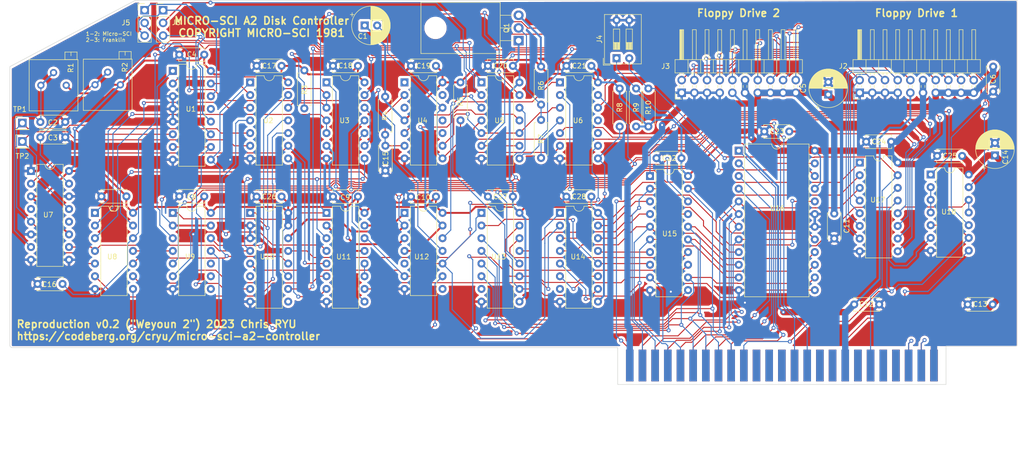
<source format=kicad_pcb>
(kicad_pcb (version 20221018) (generator pcbnew)

  (general
    (thickness 1.6)
  )

  (paper "A4")
  (layers
    (0 "F.Cu" signal)
    (31 "B.Cu" signal)
    (32 "B.Adhes" user "B.Adhesive")
    (33 "F.Adhes" user "F.Adhesive")
    (34 "B.Paste" user)
    (35 "F.Paste" user)
    (36 "B.SilkS" user "B.Silkscreen")
    (37 "F.SilkS" user "F.Silkscreen")
    (38 "B.Mask" user)
    (39 "F.Mask" user)
    (40 "Dwgs.User" user "User.Drawings")
    (41 "Cmts.User" user "User.Comments")
    (42 "Eco1.User" user "User.Eco1")
    (43 "Eco2.User" user "User.Eco2")
    (44 "Edge.Cuts" user)
    (45 "Margin" user)
    (46 "B.CrtYd" user "B.Courtyard")
    (47 "F.CrtYd" user "F.Courtyard")
    (48 "B.Fab" user)
    (49 "F.Fab" user)
    (50 "User.1" user)
    (51 "User.2" user)
    (52 "User.3" user)
    (53 "User.4" user)
    (54 "User.5" user)
    (55 "User.6" user)
    (56 "User.7" user)
    (57 "User.8" user)
    (58 "User.9" user)
  )

  (setup
    (stackup
      (layer "F.SilkS" (type "Top Silk Screen"))
      (layer "F.Paste" (type "Top Solder Paste"))
      (layer "F.Mask" (type "Top Solder Mask") (thickness 0.01))
      (layer "F.Cu" (type "copper") (thickness 0.035))
      (layer "dielectric 1" (type "core") (thickness 1.51) (material "FR4") (epsilon_r 4.5) (loss_tangent 0.02))
      (layer "B.Cu" (type "copper") (thickness 0.035))
      (layer "B.Mask" (type "Bottom Solder Mask") (thickness 0.01))
      (layer "B.Paste" (type "Bottom Solder Paste"))
      (layer "B.SilkS" (type "Bottom Silk Screen"))
      (copper_finish "None")
      (dielectric_constraints no)
    )
    (pad_to_mask_clearance 0)
    (pcbplotparams
      (layerselection 0x00010fc_ffffffff)
      (plot_on_all_layers_selection 0x0000000_00000000)
      (disableapertmacros false)
      (usegerberextensions false)
      (usegerberattributes true)
      (usegerberadvancedattributes true)
      (creategerberjobfile true)
      (dashed_line_dash_ratio 12.000000)
      (dashed_line_gap_ratio 3.000000)
      (svgprecision 4)
      (plotframeref false)
      (viasonmask false)
      (mode 1)
      (useauxorigin false)
      (hpglpennumber 1)
      (hpglpenspeed 20)
      (hpglpendiameter 15.000000)
      (dxfpolygonmode true)
      (dxfimperialunits true)
      (dxfusepcbnewfont true)
      (psnegative false)
      (psa4output false)
      (plotreference true)
      (plotvalue true)
      (plotinvisibletext false)
      (sketchpadsonfab false)
      (subtractmaskfromsilk false)
      (outputformat 1)
      (mirror false)
      (drillshape 1)
      (scaleselection 1)
      (outputdirectory "")
    )
  )

  (net 0 "")
  (net 1 "+5V")
  (net 2 "Net-(U4B-THR)")
  (net 3 "Net-(U7B-RCext)")
  (net 4 "GND")
  (net 5 "Net-(U7A-RCext)")
  (net 6 "Net-(J1-~{DMAIN})")
  (net 7 "Net-(J1-~{INTIN})")
  (net 8 "unconnected-(J1-~{DMA}-Pad22)")
  (net 9 "unconnected-(J1-~{RDY}-Pad21)")
  (net 10 "unconnected-(J1-~{IOSTRB}-Pad20)")
  (net 11 "unconnected-(J1-SYNC-Pad19)")
  (net 12 "R{slash}~{W}")
  (net 13 "unconnected-(J1-A15-Pad17)")
  (net 14 "unconnected-(J1-A14-Pad16)")
  (net 15 "unconnected-(J1-A13-Pad15)")
  (net 16 "unconnected-(J1-A12-Pad14)")
  (net 17 "unconnected-(J1-A11-Pad13)")
  (net 18 "unconnected-(J1-A10-Pad12)")
  (net 19 "unconnected-(J1-A9-Pad11)")
  (net 20 "unconnected-(J1-A8-Pad10)")
  (net 21 "A7")
  (net 22 "A6")
  (net 23 "A5")
  (net 24 "A4")
  (net 25 "A3")
  (net 26 "A2")
  (net 27 "A1")
  (net 28 "A0")
  (net 29 "~{IOSEL}")
  (net 30 "unconnected-(J1-~{NMI}-Pad29)")
  (net 31 "unconnected-(J1-~{IRQ}-Pad30)")
  (net 32 "~{RESET}")
  (net 33 "unconnected-(J1-~{INH}-Pad32)")
  (net 34 "-12V")
  (net 35 "-5V")
  (net 36 "unconnected-(J1-COLORREF{slash}M2B0-Pad35)")
  (net 37 "7M")
  (net 38 "Q3")
  (net 39 "unconnected-(J1-PHI1-Pad38)")
  (net 40 "unconnected-(J1-USER1{slash}SYNC{slash}M2SEL-Pad39)")
  (net 41 "unconnected-(J1-PHI0-Pad40)")
  (net 42 "~{DEVSEL}")
  (net 43 "D7")
  (net 44 "D6")
  (net 45 "D5")
  (net 46 "D4")
  (net 47 "D3")
  (net 48 "D2")
  (net 49 "D1")
  (net 50 "D0")
  (net 51 "+12V")
  (net 52 "PH0")
  (net 53 "PH1")
  (net 54 "PH2")
  (net 55 "PH3")
  (net 56 "~{WREQ}")
  (net 57 "~{EN.A}")
  (net 58 "RD")
  (net 59 "WR")
  (net 60 "PWM")
  (net 61 "~{EN.B}")
  (net 62 "Net-(U4A-THR)")
  (net 63 "Net-(R7-Pad1)")
  (net 64 "Net-(U1-~{MR})")
  (net 65 "Net-(U1-CEP)")
  (net 66 "Net-(J5-Pin_1)")
  (net 67 "Net-(J5-Pin_3)")
  (net 68 "unconnected-(U1-Q1-Pad13)")
  (net 69 "Net-(U1-TC)")
  (net 70 "Net-(U2-Pad3)")
  (net 71 "Net-(U11-D1)")
  (net 72 "CLOCK_0")
  (net 73 "CLOCK_1")
  (net 74 "S_CLK")
  (net 75 "Net-(U2-Pad10)")
  (net 76 "Net-(U12B-Q)")
  (net 77 "Net-(U2-Pad13)")
  (net 78 "Net-(U3-Pad4)")
  (net 79 "Net-(U3-Pad12)")
  (net 80 "Net-(U11-Cp)")
  (net 81 "unconnected-(U4A-DIS-Pad1)")
  (net 82 "unconnected-(U4A-CV-Pad3)")
  (net 83 "Net-(U4A-Q)")
  (net 84 "unconnected-(U4B-R-Pad10)")
  (net 85 "unconnected-(U4B-CV-Pad11)")
  (net 86 "unconnected-(U4B-DIS-Pad13)")
  (net 87 "DRVSEL")
  (net 88 "RW1")
  (net 89 "ENABLE")
  (net 90 "unconnected-(U6-Pad10)")
  (net 91 "unconnected-(U6-Pad11)")
  (net 92 "WRITE")
  (net 93 "unconnected-(U7A-~{Q}-Pad4)")
  (net 94 "unconnected-(U7B-~{Q}-Pad12)")
  (net 95 "DATA_CLK")
  (net 96 "Net-(U8-Pad11)")
  (net 97 "LATCH_D7")
  (net 98 "unconnected-(U9-Pad8)")
  (net 99 "unconnected-(U9-Pad9)")
  (net 100 "unconnected-(U9-Pad10)")
  (net 101 "DATA_RST")
  (net 102 "unconnected-(U10A-Q-Pad6)")
  (net 103 "unconnected-(U10B-~{Q}-Pad9)")
  (net 104 "Net-(U11-D4)")
  (net 105 "Net-(U10B-~{K})")
  (net 106 "Net-(U11-D3)")
  (net 107 "unconnected-(U12A-Q-Pad5)")
  (net 108 "unconnected-(U12B-~{Q}-Pad8)")
  (net 109 "LATCH_D3")
  (net 110 "unconnected-(U13-Dsl-Pad7)")
  (net 111 "LATCH_D6")
  (net 112 "LATCH_D5")
  (net 113 "LATCH_D4")
  (net 114 "unconnected-(U14-Dsl-Pad7)")
  (net 115 "LATCH_D2")
  (net 116 "LATCH_D1")
  (net 117 "LATCH_D0")
  (net 118 "Net-(U15-OE)")
  (net 119 "Net-(U18-Pad2)")
  (net 120 "+5C")
  (net 121 "Net-(Q1-B)")
  (net 122 "Net-(J6-Pin_2)")
  (net 123 "Net-(J6-Pin_3)")
  (net 124 "SDATA")
  (net 125 "~{TCNT}")
  (net 126 "~{RDSTS}")
  (net 127 "~{WRITE}")
  (net 128 "SR7")
  (net 129 "RDSTB")
  (net 130 "SS_DATA")
  (net 131 "BR_DATA")
  (net 132 "~{FF_RST}")
  (net 133 "GO")
  (net 134 "U12B_CLK")
  (net 135 "BQ3")
  (net 136 "~{WRT_CLK}")
  (net 137 "U12A_CLK")
  (net 138 "WRT_LD")
  (net 139 "~{SHFTCLK}")
  (net 140 "Net-(U16-A8)")
  (net 141 "Net-(U16-A9)")

  (footprint "Package_DIP:DIP-16_W7.62mm" (layer "F.Cu") (at 93.65 103.61))

  (footprint "Capacitor_THT:C_Disc_D5.0mm_W2.5mm_P5.00mm" (layer "F.Cu") (at 201.685 87.3 180))

  (footprint "Capacitor_THT:CP_Radial_D7.5mm_P2.50mm" (layer "F.Cu") (at 209.5 79.9 90))

  (footprint "Capacitor_THT:C_Disc_D5.0mm_W2.5mm_P5.00mm" (layer "F.Cu") (at 51.6 88.45))

  (footprint "Capacitor_THT:C_Disc_D5.0mm_W2.5mm_P5.00mm" (layer "F.Cu") (at 210.7 103.75 -90))

  (footprint "Capacitor_THT:C_Disc_D5.0mm_W2.5mm_P5.00mm" (layer "F.Cu") (at 146.3 74.15 180))

  (footprint "Resistor_THT:R_Axial_DIN0207_L6.3mm_D2.5mm_P7.62mm_Horizontal" (layer "F.Cu") (at 151.95 92.6 90))

  (footprint "Package_DIP:DIP-16_W7.62mm" (layer "F.Cu") (at 108.95 103.61))

  (footprint "Capacitor_THT:C_Disc_D5.0mm_W2.5mm_P5.00mm" (layer "F.Cu") (at 115.25 100.35 180))

  (footprint "Capacitor_THT:C_Disc_D5.0mm_W2.5mm_P5.00mm" (layer "F.Cu") (at 56.05 117.85 180))

  (footprint "Capacitor_THT:C_Disc_D5.0mm_W2.5mm_P5.00mm" (layer "F.Cu") (at 214.7 121.95))

  (footprint "Connector_PinHeader_2.54mm:PinHeader_1x03_P2.54mm_Vertical" (layer "F.Cu") (at 72.5 63))

  (footprint "Capacitor_THT:C_Disc_D5.0mm_W2.5mm_P5.00mm" (layer "F.Cu") (at 146.3 100.35 180))

  (footprint "Resistor_THT:R_Axial_DIN0207_L6.3mm_D2.5mm_P7.62mm_Horizontal" (layer "F.Cu") (at 173.45 86.3 90))

  (footprint "Capacitor_THT:CP_Radial_D7.5mm_P2.50mm" (layer "F.Cu") (at 116.6 66.05))

  (footprint "Capacitor_THT:C_Disc_D5.0mm_W2.5mm_P5.00mm" (layer "F.Cu") (at 84.45 100.3 180))

  (footprint "Capacitor_THT:C_Disc_D5.0mm_W2.5mm_P5.00mm" (layer "F.Cu") (at 236.33 92.2 180))

  (footprint "Package_TO_SOT_THT:TO-220-3_Horizontal_TabDown" (layer "F.Cu") (at 147.45 69.09 90))

  (footprint "Package_DIP:DIP-14_W7.62mm" (layer "F.Cu") (at 108.95 77.46))

  (footprint "Potentiometer_THT:Potentiometer_Bourns_3299P_Horizontal" (layer "F.Cu") (at 67.64 77.94 -90))

  (footprint "Capacitor_THT:C_Disc_D5.0mm_W2.5mm_P5.00mm" (layer "F.Cu") (at 68.85 100.3 180))

  (footprint "Resistor_THT:R_Axial_DIN0207_L6.3mm_D2.5mm_P7.62mm_Horizontal" (layer "F.Cu") (at 151.95 74.29 -90))

  (footprint "Resistor_THT:R_Axial_DIN0207_L6.3mm_D2.5mm_P7.62mm_Horizontal" (layer "F.Cu") (at 135.8 77.45 -90))

  (footprint "Capacitor_THT:C_Disc_D5.0mm_W2.5mm_P5.00mm" (layer "F.Cu") (at 162.03 74.15 180))

  (footprint "Capacitor_THT:C_Disc_D5.0mm_W2.5mm_P5.00mm" (layer "F.Cu") (at 130.88 100.35 180))

  (footprint "Package_DIP:DIP-14_W7.62mm" (layer "F.Cu") (at 124.58 77.46))

  (footprint "Resistor_THT:R_Axial_DIN0207_L6.3mm_D2.5mm_P7.62mm_Horizontal" (layer "F.Cu") (at 120.7 87.95 90))

  (footprint "Connector_PinHeader_2.54mm:PinHeader_1x03_P2.54mm_Vertical" (layer "F.Cu") (at 76.2 63))

  (footprint "Package_DIP:DIP-20_W7.62mm" (layer "F.Cu") (at 173.78 96.23))

  (footprint "Capacitor_THT:C_Disc_D5.0mm_W2.5mm_P5.00mm" (layer "F.Cu") (at 162.03 100.35 180))

  (footprint "apple2:Male_Card-Edge_50_pin__100_mil" (layer "F.Cu")
    (tstamp 73508db2-3506-4480-aca3-4c3ce6ca73fb)
    (at 200.2 134.2)
    (descr "A2_BUS")
    (property "Sheetfile" "MicroSci Floppy Controller.kicad_sch")
    (property "Sheetname" "")
    (property "ki_description" "Apple II expansion bus")
    (path "/7aec06c4-6a87-4510-aac7-6ff9185d647c")
    (attr through_hole)
    (fp_text reference "J1" (at 0 -5.08) (layer "F.SilkS") hide
        (effects (font (size 1.016 0.762) (thickness 0.127)))
      (tstamp 5b5fab75-9b1e-46ce-918c-d2517bf29ed5)
    )
    (fp_text value "A2Bus" (at 0 5.08) (layer "F.SilkS") hide
        (effects (font (size 1.016 0.762) (thickness 0.127)))
      (tstamp aff57ccf-21db-41c0-9a21-9ad53bca9de1)
    )
    (fp_poly
      (pts
        (xy -32.893 -3.81)
        (xy -31.75 -3.81)
        (xy -31.75 3.81)
        (xy -32.893 3.81)
      )

      (stroke (width 0.001) (type solid)) (fill solid) (layer "B.Mask") (tstamp 4b0d97d0-400f-49db-abe3-29a13b8219c1))
    (fp_poly
      (pts
        (xy 32.893 -3.81)
        (xy 31.75 -3.81)
        (xy 31.75 3.81)
        (xy 32.893 3.81)
      )

      (stroke (width 0.001) (type solid)) (fill solid) (layer "B.Mask") (tstamp 50a0748d-5e7e-4500-aab1-a643683d6b0a))
    (fp_poly
      (pts
        (xy -32.893 -3.81)
        (xy -31.75 -3.81)
        (xy -31.75 3.81)
        (xy -32.893 3.81)
      )

      (stroke (width 0.001) (type solid)) (fill solid) (layer "F.Mask") (tstamp 6db6a2f6-e125-41a5-b2a3-6904769534ca))
    (fp_poly
      (pts
        (xy 32.893 -3.81)
        (xy 31.75 -3.81)
        (xy 31.75 3.81)
        (xy 32.893 3.81)
      )

      (stroke (width 0.001) (type solid)) (fill solid) (layer "F.Mask") (tstamp bec922b0-56e9-4b83-a9cd-da43108ba281))
    (pad "1" smd rect (at -30.48 0 270) (size 6.35 1.524) (layers "F.Cu" "F.Mask")
      (net 29 "~{IOSEL}") (pinfunction "~{IOSEL}") (pintype "output") (solder_mask_margin 0.65) (clearance 0.254) (tstamp 72c8e675-8d24-4182-ba12-eb3de37ee80c))
    (pad "2" smd rect (at -27.94 0 270) (size 6.35 1.524) (layers "F.Cu" "F.Mask")
      (net 28 "A0") (pinfunction "A0") (pintype "bidirectional") (solder_mask_margin 0.65) (clearance 0.254) (tstamp e8732e29-dda7-4bd9-a9fc-51a5fcd6cbb3))
    (pad "3" smd rect (at -25.4 0 270) (size 6.35 1.524) (layers "F.Cu" "F.Mask")
      (net 27 "A1") (pinfunction "A1") (pintype "bidirectional") (solder_mask_margin 0.65) (clearance 0.254) (tstamp e3a1d39e-648f-4709-83f6-f0f5c9b7f3d8))
    (pad "4" smd rect (at -22.86 0 270) (size 6.35 1.524) (layers "F.Cu" "F.Mask")
      (net 26 "A2") (pinfunction "A2") (pintype "bidirectional") (solder_mask_margin 0.65) (clearance 0.254) (tstamp 78031448-1c63-49de-82b4-6cd93f28307b))
    (pad "5" smd rect (at -20.32 0 270) (size 6.35 1.524) (layers "F.Cu" "F.Mask")
      (net 25 "A3") (pinfunction "A3") (pintype "bidirectional") (solder_mask_margin 0.65) (clearance 0.254) (tstamp e2fa773e-faa6-4d7e-84ce-2413ee501f3e))
    (pad "6" smd rect (at -17.78 0 270) (size 6.35 1.524) (layers "F.Cu" "F.Mask")
      (net 24 "A4") (pinfunction "A4") (pintype "bidirectional") (solder_mask_margin 0.65) (clearance 0.254) (tstamp 46d40f8d-e801-4aa7-af03-0b432fe5e231))
    (pad "7" smd rect (at -15.24 0 270) (size 6.35 1.524) (layers "F.Cu" "F.Mask")
      (net 23 "A5") (pinfunction "A5") (pintype "bidirectional") (solder_mask_margin 0.65) (clearance 0.254) (tstamp 761f7047-fe19-477d-a2e9-06ea5e4a7845))
    (pad "8" smd rect (at -12.7 0 270) (size 6.35 1.524) (layers "F.Cu" "F.Mask")
      (net 22 "A6") (pinfunction "A6") (pintype "bidirectional") (solder_mask_margin 0.65) (clearance 0.254) (tstamp 108a3e82-5879-4c6d-8412-9d9366bb673b))
    (pad "9" smd rect (at -10.16 0 270) (size 6.35 1.524) (layers "F.Cu" "F.Mask")
      (net 21 "A7") (pinfunction "A7") (pintype "bidirectional") (solder_mask_margin 0.65) (clearance 0.254) (tstamp 13fb5ed8-39a1-4dd8-b111-ae802da7ade1))
    (pad "10" smd rect (at -7.62 0 270) (size 6.35 1.524) (layers "F.Cu" "F.Mask")
      (net 20 "unconnected-(J1-A8-Pad10)") (pinfunction "A8") (pintype "bidirectional+no_connect") (solder_mask_margin 0.65) (clearance 0.254) (tstamp a994dcb7-08dd-49fb-ab99-8fdea619bb18))
    (pad "11" smd rect (at -5.08 0 270) (size 6.35 1.524) (layers "F.Cu" "F.Mask")
      (net 19 "unconnected-(J1-A9-Pad11)") (pinfunction "A9") (pintype "bidirectional+no_connect") (solder_mask_margin 0.65) (clearance 0.254) (tstamp 5f786b0b-7efb-4f10-ad6f-2cab987fb1a6))
    (pad "12" smd rect (at -2.54 0 270) (size 6.35 1.524) (layers "F.Cu" "F.Mask")
      (net 18 "unconnected-(J1-A10-Pad12)") (pinfunction "A10") (pintype "bidirectional+no_connect") (solder_mask_margin 0.65) (clearance 0.254) (tstamp 16430343-c407-4c34-961b-000650b505ac))
    (pad "13" smd rect (at 0 0 270) (size 6.35 1.524) (layers "F.Cu" "F.Mask")
      (net 17 "unconnected-(J1-A11-Pad13)") (pinfunction "A11") (pintype "bidirectional+no_connect") (solder_mask_margin 0.65) (clearance 0.254) (tstamp 693edeb9-b4b0-4d68-9c46-5e8a1069196c))
    (pad "14" smd rect (at 2.54 0 270) (size 6.35 1.524) (layers "F.Cu" "F.Mask")
      (net 16 "unconnected-(J1-A12-Pad14)") (pinfunction "A12") (pintype "bidirectional+no_connect") (solder_mask_margin 0.65) (clearance 0.254) (tstamp 4b1b2cce-055d-40f9-9ee0-f77fc664da23))
    (pad "15" smd rect (at 5.08 0 270) (size 6.35 1.524) (layers "F.Cu" "F.Mask")
      (net 15 "unconnected-(J1-A13-Pad15)") (pinfunction "A13") (pintype "bidirectional+no_connect") (solder_mask_margin 0.65) (clearance 0.254) (tstamp cfc991c5-4af7-495c-8f6f-40177cae59ce))
    (pad "16" smd rect (at 7.62 0 270) (size 6.35 1.524) (layers "F.Cu" "F.Mask")
      (net 14 "unconnected-(J1-A14-Pad16)") (pinfunction "A14") (pintype "bidirectional+no_connect") (solder_mask_margin 0.65) (clearance 0.254) (tstamp 5820ea93-90ab-4df0-bb1b-13944e784a8b))
    (pad "17" smd rect (at 10.16 0 270) (size 6.35 1.524) (layers "F.Cu" "F.Mask")
      (net 13 "unconnected-(J1-A15-Pad17)") (pinfunction "A15") (pintype "bidirectional+no_connect") (solder_mask_margin 0.65) (clearance 0.254) (tstamp 24a42c8c-8d4e-4f05-89b0-53204f489978))
    (pad "18" smd rect (at 12.7 0 270) (size 6.35 1.524) (layers "F.Cu" "F.Mask")
      (net 12 "R{slash}~{W}") (pinfunction "R/~{W}") (pintype "bidirectional") (solder_mask_margin 0.65) (clearance 0.254) (tstamp 298da0d3-1f07-46da-a2ac-58160892ed03))
    (pad "19" smd rect (at 15.24 0 270) (size 6.35 1.524) (layers "F.Cu" "F.Mask")
      (net 11 "unconnected-(J1-SYNC-Pad19)") (pinfunction "SYNC") (pintype "output+no_connect") (solder_mask_margin 0.65) (clearance 0.254) (tstamp be1adf20-ca2a-48e6-808f-88c827d2d8a1))
    (pad "20" smd rect (at 17.78 0 270) (size 6.35 1.524) (layers "F.Cu" "F.Mask")
      (net 10 "unconnected-(J1-~{IOSTRB}-Pad20)") (pinfunction "~{IOSTRB}") (pintype "output+no_connect") (solder_mask_margin 0.65) (clearance 0.254) (tstamp c5d40151-58eb-4f50-9cf9-c040b7b5691b))
    (pad "21" smd rect (at 20.32 0 270) (size 6.35 1.524) (layers "F.Cu" "F.Mask")
      (net 9 "unconnected-(J1-~{RDY}-Pad21)") (pinfunction "~{RDY}") (pintype "input+no_connect") (solder_mask_margin 0.65) (clearance 0.254) (tstamp 7b0a4a38-534f-4da7-9869-fea5eca7bcbd))
    (pad "22" smd rect (at 22.86 0 270) (size 6.35 1.524) (layers "F.Cu" "F.Mask")
      (net 8 "unconnected-(J1-~{DMA}-Pad22)") (pinfunction "~{DMA}") (pintype "input+no_connect") (solder_mask_margin 0.65) (clearance 0.254) (tstamp 8ebcbd68-9f46-45e7-8150-1175628c1b45))
    (pad "23" smd rect (at 25.4 0 270) (size 6.35 1.524) (layers "F.Cu" "F.Mask")
      (net 7 "Net-(J1-~{INTIN})") (pinfunction "~{INTOUT}") (pintype "input") (solder_mask_margin 0.65) (clearance 0.254) (tstamp 5754c7d9-215a-4edb-a4cc-a6b31a29ed5d))
    (pad "24" smd rect (at 27.94 0 270) (size 6.35 1.524) (layers "F.Cu" "F.Mask")
      (net 6 "Net-(J1-~{DMAIN})") (pinfunction "~{DMAOUT}") (pintype "input") (solder_mask_margin 0.65) (clearance 0.254) (tstamp e5747ae9-f6f2-4f18-a703-c18a967d12f2))
    (pad "25" smd rect (at 30.48 0 270) (size 6.35 1.524) (layers "F.Cu" "F.Mask")
      (net 1 "+5V") (pinfunction "+5V") (pintype "power_out") (solder_mask_margin 0.65) (clearance 0.254) (tstamp 60a9ebad-1eef-4d08-bd75-721dc39799e5))
    (pad "26" smd rect (at 30.48 0 270) (size 6.35 1.524) (layers "B.Cu" "B.Mask")
      (net 4 "GND") (pinfunction "GND") (pintype "power_out") (solder_mask_margin 0.65) (clearance 0.254) (tstamp 43636780-dbf8-415f-a2af-63bc07c3e8ae))
    (pad "27" smd rect (at 27.94 0 270) (size 6.35 1.524) (layers "B.Cu" "B.Mask")
      (net 6 "Net-(J1-~{DMAIN})") (pinfunction "~{DMAIN}") (pintype "output") (solder_mask_margin 0.65) (clearance 0.254) (tstamp 3f043710-eccd-48c6-8959-e3738a187402))
    (pad "28" smd rect (at 25.4 0 270) (size 6.35 1.524) (layers "B.Cu" "B.Mask")
      (net 7 "Net-(J1-~{INTIN})") (pinfunction "~{INTIN}") (pintype "output") (solder_mask_margin 0.65) (clearance 0.254) (tstamp 8e942f7f-09a3-40ff-a65d-b68f50f21a54))
    (pad "29" smd rect (at 22.86 0 270) (size 6.35 1.524) (layers "B.Cu" "B.Mask")
      (net 30 "unconnected-(J1-~{NMI}-Pad29)") (pinfunction "~{NMI}") (pintype "input+no_connect") (solder_mask_margin 0.65) (clearance 0.254) (tstamp 4c022642-e608-427d-9113-ef18c24f8f8f))
    (pad "30" smd rect (at 20.32 0 270) (size 6.35 1.524) (layers "B.Cu" "B.Mask")
      (net 31 "unconnected-(J1-~{IRQ}-Pad30)") (pinfunction "~{IRQ}") (pintype "input+no_connect") (solder_mask_margin 0.65) (clearance 0.254) (tstamp eaa305b0-190e-41dc-b912-be9bd2f177f3))
    (pad "31" smd rect (at 17.78 0 270) (size 6.35 1.524) (layers "B.Cu" "B.Mask")
      (net 32 "~{RESET}") (pinfunction "~{RES}") (pintype "bidirectional") (solder_mask_margin 0.65) (clearance 0.254) (tstamp bee4449d-9fce-4c53-a421-5cf9c2ebae7e))
    (pad "32" smd rect (at 15.24 0 270) (size 6.35 1.524) (layers "B.Cu" "B.Mask")
      (net 33 "unconnected-(J1-~{INH}-Pad32)") (pinfunction "~{INH}") (pintype "input+no_connect") (solder_mask_margin 0.65) (clearance 0.254) (tstamp 1083c136-5b14-4d6e-924d-404c12bbe850))
    (pad "33" smd rect (at 12.7 0 270) (size 6.35 1.524) (layers "B.Cu" "B.Mask")
      (net 34 "-12V") (pinfunction "-12V") (pintype "power_out") (solder_mask_margin 0.65) (clearance 0.254) (tstamp a617285e-fa17-43f7-82d7-93fd5d2b0be5))
    (pad "34" smd rect (at 10.16 0 270) (size 6.35 1.524) (layers "B.Cu" "B.Mask")
      (net 35 "-5V") (pinfunction "-5V") (pintype "power_out") (solder_mask_margin 0.65) (clearance 0.254) (tstamp 3473b0ab-f4a1-4689-9510-461dbc2f7444))
    (pad "35" smd rect (at 7.62 0 270) (size 6.35 1.524) (layers "B.Cu" "B.Mask")
      (net 36 "unconnected-(J1-COLORREF{slash}M2B0-Pad35)") (pinfunction "COLORREF/M2B0") (pintype "output+no_connect") (solder_mask_margin 0.65) (clearance 0.254) (tstamp 29f7756d-240b-45c4-aa91-86b1d15bffe6))
    (pad "36" smd rect (at 5.08 0 270) (size 6.35 1.524) (layers "B.Cu" "B.Mask")
      (net 37 "7M") (pinfunction "7M") (pintype "output") (solder_mask_margin 0.65) (clearance 0.254) (tstamp 403250ad-2eea-4a6f-84ae-efefe4cb0c84))
    (pad "37" smd rect (at 2.54 0 270) (size 6.35 1.524) (layers "B.Cu" "B.Mask")
      (net 38 "Q3") (pinfunction "Q3") (pintype "output") (solder_mask_margin 0.65) (clearance 0.254) (tstamp 5e9f0c8c-6b3b-4769-8528-676ff4343b09))
    (pad "38" smd rect (at 0 0 270) (size 6.35 1.524) (layers "B.Cu" "B.Mask")
      (net 39 "unconnected-(J1-PHI1-Pad38)") (pinfunction "PHI1") (pintype "output+no_connect") (solder_mask_margin 0.65) (clearance 0.254) (tstamp 488082cf-3796-4786-91c6-ea692e20708a))
    (pad "39" smd rect (at -2.54 0 270) (size 6.35 1.524) (layers "B.Cu" "B.Mask")
      (net 40 "unconnected-(J1-USER1{slash}SYNC{slash}M2SEL-Pad39)") (pinfunction "USER1/SYNC/M2SEL") (pintype "output+no_connect") (solder_mask_margin 0.65) (clearance 0.254) (tstamp 6e1eb4d4-1485-4543-9c60-3a185e98d393))
    (pad "40" smd rect (at -5.08 0 270) (size 6.35 1.524) (layers "B.Cu" "B.Mask")
      (net 41 "unconnected-(J1-PHI0-Pad40)") (pinfunction "PHI0") (pintype "output+no_connect") (solder_mask_margin 0.65) (clearance 0.25
... [1693818 chars truncated]
</source>
